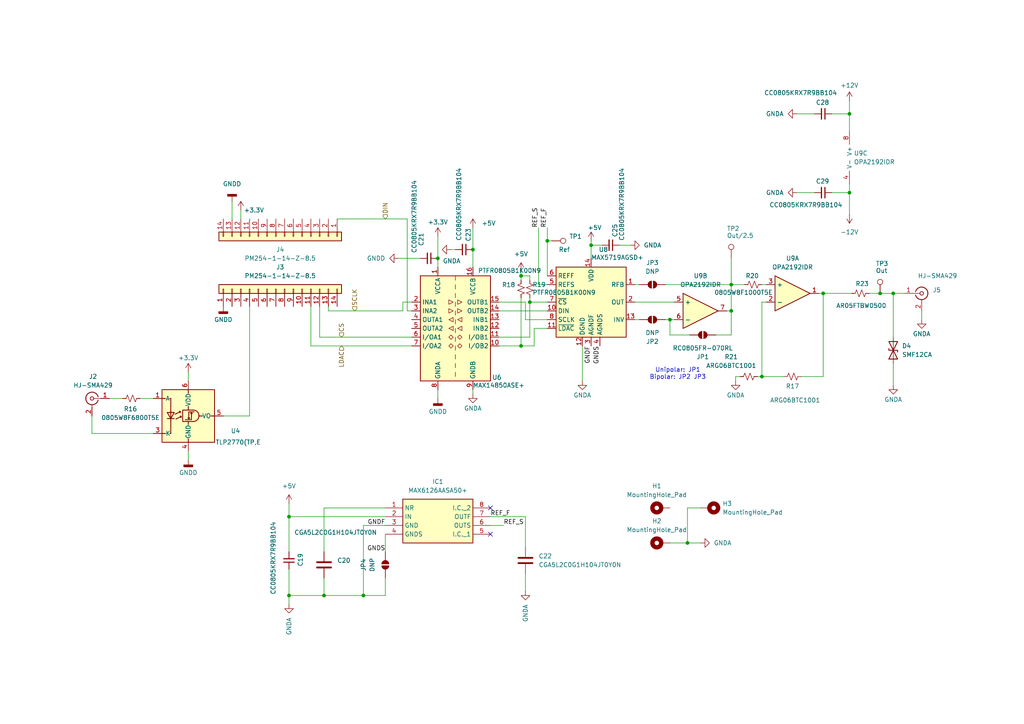
<source format=kicad_sch>
(kicad_sch (version 20250114) (generator "eeschema") (generator_version "9.0")
  (paper "A4")
  (lib_symbols
    (symbol "Analog_DAC:MAX5719xSD"
      (property "Reference" "U" (at -10.16 11.43 0))
      (property "Value" "MAX5719xSD" (at 1.27 11.43 0))
      (symbol "MAX5719xSD_0_1"
        (rectangle (start -10.16 10.16) (end 10.16 -10.16) (stroke (width 0.254)) (fill (type background)))
      )
      (symbol "MAX5719xSD_1_1"
        (pin input line (at -12.7 7.62 0) (length 2.54) (name "REFF") (number "6"))
        (pin input line (at -12.7 5.08 0) (length 2.54) (name "REFS") (number "5"))
        (pin input line (at -12.7 0 0) (length 2.54) (name "~{CS}") (number "7"))
        (pin input line (at -12.7 -2.54 0) (length 2.54) (name "DIN") (number "10"))
        (pin input line (at -12.7 -5.08 0) (length 2.54) (name "SCLK") (number "8"))
        (pin input line (at -12.7 -7.62 0) (length 2.54) (name "~{LDAC}") (number "11"))
        (pin power_in line (at -2.54 -12.7 90) (length 2.54) (name "DGND") (number "12"))
        (pin power_in line (at 0 12.7 270) (length 2.54) (name "VDD") (number "14"))
        (pin power_in line (at 0 -12.7 90) (length 2.54) (name "AGNDF") (number "3"))
        (pin power_in line (at 2.54 -12.7 90) (length 2.54) (name "AGNDS") (number "4"))
        (pin no_connect line (at 10.16 -7.62 180) (length 2.54) (hide yes) (name "NC") (number "9"))
        (pin passive line (at 12.7 5.08 180) (length 2.54) (name "RFB") (number "1"))
        (pin output line (at 12.7 0 180) (length 2.54) (name "OUT") (number "2"))
        (pin passive line (at 12.7 -5.08 180) (length 2.54) (name "INV") (number "13"))
      )
    )
    (symbol "Connector:Conn_Coaxial" (pin_names (offset 1.016) (hide yes))
      (property "Reference" "J" (at 0.254 3.048 0))
      (property "Value" "Conn_Coaxial" (at 2.921 0 90))
      (symbol "Conn_Coaxial_0_1"
        (polyline (pts (xy -2.54 0) (xy -0.508 0)))
        (arc (start 1.778 0) (mid 0.222 -1.8079) (end -1.778 -0.508) (stroke (width 0.254)))
        (arc (start -1.778 0.508) (mid 0.2221 1.8084) (end 1.778 0) (stroke (width 0.254)))
        (circle (center 0 0) (radius 0.508) (stroke (width 0.2032)))
        (polyline (pts (xy 0 -2.54) (xy 0 -1.778)))
      )
      (symbol "Conn_Coaxial_1_1"
        (pin passive line (at -5.08 0 0) (length 2.54) (name "In") (number "1"))
        (pin passive line (at 0 -5.08 90) (length 2.54) (name "Ext") (number "2"))
      )
    )
    (symbol "Connector:TestPoint" (pin_numbers (hide yes)) (pin_names (offset 0.762) (hide yes))
      (property "Reference" "TP" (at 0 6.858 0))
      (property "Value" "TestPoint" (at 0 5.08 0))
      (symbol "TestPoint_0_1"
        (circle (center 0 3.302) (radius 0.762))
      )
      (symbol "TestPoint_1_1"
        (pin passive line (at 0 0 90) (length 2.54) (name "1") (number "1"))
      )
    )
    (symbol "Connector_Generic:Conn_01x14" (pin_names (offset 1.016) (hide yes))
      (property "Reference" "J" (at 0 17.78 0))
      (property "Value" "Conn_01x14" (at 0 -20.32 0))
      (symbol "Conn_01x14_1_1"
        (rectangle (start -1.27 16.51) (end 1.27 -19.05) (stroke (width 0.254)) (fill (type background)))
        (rectangle (start -1.27 15.367) (end 0 15.113) (stroke (width 0.1524)))
        (rectangle (start -1.27 12.827) (end 0 12.573) (stroke (width 0.1524)))
        (rectangle (start -1.27 10.287) (end 0 10.033) (stroke (width 0.1524)))
        (rectangle (start -1.27 7.747) (end 0 7.493) (stroke (width 0.1524)))
        (rectangle (start -1.27 5.207) (end 0 4.953) (stroke (width 0.1524)))
        (rectangle (start -1.27 2.667) (end 0 2.413) (stroke (width 0.1524)))
        (rectangle (start -1.27 0.127) (end 0 -0.127) (stroke (width 0.1524)))
        (rectangle (start -1.27 -2.413) (end 0 -2.667) (stroke (width 0.1524)))
        (rectangle (start -1.27 -4.953) (end 0 -5.207) (stroke (width 0.1524)))
        (rectangle (start -1.27 -7.493) (end 0 -7.747) (stroke (width 0.1524)))
        (rectangle (start -1.27 -10.033) (end 0 -10.287) (stroke (width 0.1524)))
        (rectangle (start -1.27 -12.573) (end 0 -12.827) (stroke (width 0.1524)))
        (rectangle (start -1.27 -15.113) (end 0 -15.367) (stroke (width 0.1524)))
        (rectangle (start -1.27 -17.653) (end 0 -17.907) (stroke (width 0.1524)))
        (pin passive line (at -5.08 15.24 0) (length 3.81) (name "Pin_1") (number "1"))
        (pin passive line (at -5.08 12.7 0) (length 3.81) (name "Pin_2") (number "2"))
        (pin passive line (at -5.08 10.16 0) (length 3.81) (name "Pin_3") (number "3"))
        (pin passive line (at -5.08 7.62 0) (length 3.81) (name "Pin_4") (number "4"))
        (pin passive line (at -5.08 5.08 0) (length 3.81) (name "Pin_5") (number "5"))
        (pin passive line (at -5.08 2.54 0) (length 3.81) (name "Pin_6") (number "6"))
        (pin passive line (at -5.08 0 0) (length 3.81) (name "Pin_7") (number "7"))
        (pin passive line (at -5.08 -2.54 0) (length 3.81) (name "Pin_8") (number "8"))
        (pin passive line (at -5.08 -5.08 0) (length 3.81) (name "Pin_9") (number "9"))
        (pin passive line (at -5.08 -7.62 0) (length 3.81) (name "Pin_10") (number "10"))
        (pin passive line (at -5.08 -10.16 0) (length 3.81) (name "Pin_11") (number "11"))
        (pin passive line (at -5.08 -12.7 0) (length 3.81) (name "Pin_12") (number "12"))
        (pin passive line (at -5.08 -15.24 0) (length 3.81) (name "Pin_13") (number "13"))
        (pin passive line (at -5.08 -17.78 0) (length 3.81) (name "Pin_14") (number "14"))
      )
    )
    (symbol "Device:C" (pin_numbers (hide yes)) (pin_names (offset 0.254))
      (property "Reference" "C" (at 0.635 2.54 0))
      (property "Value" "C" (at 0.635 -2.54 0))
      (symbol "C_0_1"
        (polyline (pts (xy -2.032 0.762) (xy 2.032 0.762)) (stroke (width 0.508)))
        (polyline (pts (xy -2.032 -0.762) (xy 2.032 -0.762)) (stroke (width 0.508)))
      )
      (symbol "C_1_1"
        (pin passive line (at 0 3.81 270) (length 2.794) (name "~") (number "1"))
        (pin passive line (at 0 -3.81 90) (length 2.794) (name "~") (number "2"))
      )
    )
    (symbol "Device:C_Small" (pin_numbers (hide yes)) (pin_names (offset 0.254) (hide yes))
      (property "Reference" "C" (at 0.254 1.778 0))
      (property "Value" "C_Small" (at 0.254 -2.032 0))
      (symbol "C_Small_0_1"
        (polyline (pts (xy -1.524 0.508) (xy 1.524 0.508)) (stroke (width 0.3048)))
        (polyline (pts (xy -1.524 -0.508) (xy 1.524 -0.508)) (stroke (width 0.3302)))
      )
      (symbol "C_Small_1_1"
        (pin passive line (at 0 2.54 270) (length 2.032) (name "~") (number "1"))
        (pin passive line (at 0 -2.54 90) (length 2.032) (name "~") (number "2"))
      )
    )
    (symbol "Device:D_TVS" (pin_numbers (hide yes)) (pin_names (offset 1.016) (hide yes))
      (property "Reference" "D" (at 0 2.54 0))
      (property "Value" "D_TVS" (at 0 -2.54 0))
      (symbol "D_TVS_0_1"
        (polyline (pts (xy -2.54 1.27) (xy -2.54 -1.27) (xy 2.54 1.27) (xy 2.54 -1.27) (xy -2.54 1.27)) (stroke (width 0.254)))
        (polyline (pts (xy 0.508 1.27) (xy 0 1.27) (xy 0 -1.27) (xy -0.508 -1.27)) (stroke (width 0.254)))
        (polyline (pts (xy 1.27 0) (xy -1.27 0)))
      )
      (symbol "D_TVS_1_1"
        (pin passive line (at -3.81 0 0) (length 2.54) (name "A1") (number "1"))
        (pin passive line (at 3.81 0 180) (length 2.54) (name "A2") (number "2"))
      )
    )
    (symbol "Device:Opamp_Dual"
      (property "Reference" "U" (at 0 5.08 0))
      (property "Value" "Opamp_Dual" (at 0 -5.08 0))
      (symbol "Opamp_Dual_1_1"
        (polyline (pts (xy -5.08 5.08) (xy 5.08 0) (xy -5.08 -5.08) (xy -5.08 5.08)) (stroke (width 0.254)) (fill (type background)))
        (pin input line (at -7.62 2.54 0) (length 2.54) (name "+") (number "3"))
        (pin input line (at -7.62 -2.54 0) (length 2.54) (name "-") (number "2"))
        (pin output line (at 7.62 0 180) (length 2.54) (name "~") (number "1"))
      )
      (symbol "Opamp_Dual_2_1"
        (polyline (pts (xy -5.08 5.08) (xy 5.08 0) (xy -5.08 -5.08) (xy -5.08 5.08)) (stroke (width 0.254)) (fill (type background)))
        (pin input line (at -7.62 2.54 0) (length 2.54) (name "+") (number "5"))
        (pin input line (at -7.62 -2.54 0) (length 2.54) (name "-") (number "6"))
        (pin output line (at 7.62 0 180) (length 2.54) (name "~") (number "7"))
      )
      (symbol "Opamp_Dual_3_1"
        (pin power_in line (at -2.54 7.62 270) (length 3.81) (name "V+") (number "8"))
        (pin power_in line (at -2.54 -7.62 90) (length 3.81) (name "V-") (number "4"))
      )
    )
    (symbol "Device:R_Small_US" (pin_numbers (hide yes)) (pin_names (offset 0.254) (hide yes))
      (property "Reference" "R" (at 0.762 0.508 0))
      (property "Value" "R_Small_US" (at 0.762 -1.016 0))
      (symbol "R_Small_US_1_1"
        (polyline (pts (xy 0 1.524) (xy 1.016 1.143) (xy 0 0.762) (xy -1.016 0.381) (xy 0 0)))
        (polyline (pts (xy 0 0) (xy 1.016 -0.381) (xy 0 -0.762) (xy -1.016 -1.143) (xy 0 -1.524)))
        (pin passive line (at 0 2.54 270) (length 1.016) (name "~") (number "1"))
        (pin passive line (at 0 -2.54 90) (length 1.016) (name "~") (number "2"))
      )
    )
    (symbol "Isolator:MAX14850ASE+"
      (property "Reference" "U" (at -9.525 16.51 0))
      (property "Value" "MAX14850ASE+" (at 13.335 16.51 0))
      (symbol "MAX14850ASE+_0_1"
        (rectangle (start -10.16 15.24) (end 10.16 -15.24) (stroke (width 0.254)) (fill (type background)))
        (polyline (pts (xy -1.905 8.255) (xy -1.905 6.985) (xy -0.635 7.62) (xy -1.905 8.255)))
        (polyline (pts (xy -1.905 5.715) (xy -1.905 4.445) (xy -0.635 5.08) (xy -1.905 5.715)))
        (polyline (pts (xy -1.27 -1.905) (xy -1.905 -2.54) (xy -1.27 -3.175) (xy -0.635 -2.54) (xy -1.27 -1.905)))
        (polyline (pts (xy -1.27 -4.445) (xy -1.905 -5.08) (xy -1.27 -5.715) (xy -0.635 -5.08) (xy -1.27 -4.445)))
        (polyline (pts (xy -0.635 1.905) (xy -0.635 3.175) (xy -1.905 2.54) (xy -0.635 1.905)))
        (polyline (pts (xy -0.635 -0.635) (xy -0.635 0.635) (xy -1.905 0) (xy -0.635 -0.635)))
        (polyline (pts (xy 0 15.24) (xy 0 13.97)))
        (polyline (pts (xy 0 12.7) (xy 0 11.43)))
        (polyline (pts (xy 0 10.16) (xy 0 8.89)))
        (polyline (pts (xy 0 7.62) (xy 0 6.35)))
        (polyline (pts (xy 0 5.08) (xy 0 3.81)))
        (polyline (pts (xy 0 2.54) (xy 0 1.27)))
        (polyline (pts (xy 0 0) (xy 0 -1.27)))
        (polyline (pts (xy 0 -2.54) (xy 0 -3.81)))
        (polyline (pts (xy 0 -5.08) (xy 0 -6.35)))
        (polyline (pts (xy 0 -7.62) (xy 0 -8.89)))
        (polyline (pts (xy 0 -10.16) (xy 0 -11.43)))
        (polyline (pts (xy 0 -12.7) (xy 0 -13.97)))
        (polyline (pts (xy 0.635 8.255) (xy 0.635 6.985) (xy 1.905 7.62) (xy 0.635 8.255)))
        (polyline (pts (xy 0.635 5.715) (xy 0.635 4.445) (xy 1.905 5.08) (xy 0.635 5.715)))
        (polyline (pts (xy 1.27 -1.905) (xy 0.635 -2.54) (xy 1.27 -3.175) (xy 1.905 -2.54) (xy 1.27 -1.905)))
        (polyline (pts (xy 1.27 -4.445) (xy 0.635 -5.08) (xy 1.27 -5.715) (xy 1.905 -5.08) (xy 1.27 -4.445)))
        (polyline (pts (xy 1.905 1.905) (xy 1.905 3.175) (xy 0.635 2.54) (xy 1.905 1.905)))
        (polyline (pts (xy 1.905 -0.635) (xy 1.905 0.635) (xy 0.635 0) (xy 1.905 -0.635)))
      )
      (symbol "MAX14850ASE+_1_1"
        (pin input line (at -12.7 7.62 0) (length 2.54) (name "INA1") (number "2"))
        (pin input line (at -12.7 5.08 0) (length 2.54) (name "INA2") (number "3"))
        (pin output line (at -12.7 2.54 0) (length 2.54) (name "OUTA1") (number "4"))
        (pin output line (at -12.7 0 0) (length 2.54) (name "OUTA2") (number "5"))
        (pin bidirectional line (at -12.7 -2.54 0) (length 2.54) (name "I/OA1") (number "6"))
        (pin bidirectional line (at -12.7 -5.08 0) (length 2.54) (name "I/OA2") (number "7"))
        (pin power_in line (at -5.08 17.78 270) (length 2.54) (name "VCCA") (number "1"))
        (pin power_in line (at -5.08 -17.78 90) (length 2.54) (name "GNDA") (number "8"))
        (pin power_in line (at 5.08 17.78 270) (length 2.54) (name "VCCB") (number "16"))
        (pin power_in line (at 5.08 -17.78 90) (length 2.54) (name "GNDB") (number "9"))
        (pin output line (at 12.7 7.62 180) (length 2.54) (name "OUTB1") (number "15"))
        (pin output line (at 12.7 5.08 180) (length 2.54) (name "OUTB2") (number "14"))
        (pin input line (at 12.7 2.54 180) (length 2.54) (name "INB1") (number "13"))
        (pin input line (at 12.7 0 180) (length 2.54) (name "INB2") (number "12"))
        (pin bidirectional line (at 12.7 -2.54 180) (length 2.54) (name "I/OB1") (number "11"))
        (pin bidirectional line (at 12.7 -5.08 180) (length 2.54) (name "I/OB2") (number "10"))
      )
    )
    (symbol "Isolator:TLP2770" (pin_names (offset 1.016))
      (property "Reference" "U" (at -6.35 8.89 0))
      (property "Value" "TLP2770" (at 5.08 8.89 0))
      (symbol "TLP2770_0_1"
        (polyline (pts (xy -7.62 5.08) (xy -6.604 5.08)) (stroke (width 0.254)))
        (polyline (pts (xy -7.62 -5.08) (xy -6.604 -5.08)) (stroke (width 0.254)))
        (polyline (pts (xy -5.08 5.08) (xy -5.334 5.08)) (stroke (width 0.254)))
        (polyline (pts (xy -5.08 1.27) (xy -5.08 5.08)) (stroke (width 0.254)))
        (polyline (pts (xy -5.08 -1.27) (xy -5.08 -5.08)) (stroke (width 0.254)))
        (polyline (pts (xy -5.08 -5.08) (xy -5.334 -5.08)) (stroke (width 0.254)))
        (polyline (pts (xy 0 7.62) (xy 0 6.604)) (stroke (width 0.254)))
        (polyline (pts (xy 0 1.651) (xy 0 2.794)) (stroke (width 0.254)))
        (polyline (pts (xy 0 -1.651) (xy 0 -2.54)) (stroke (width 0.254)))
        (polyline (pts (xy 0 -7.62) (xy 0 -6.604)) (stroke (width 0.254)))
        (polyline (pts (xy 3.048 0) (xy 4.064 0)) (stroke (width 0.254)))
        (polyline (pts (xy 7.62 0) (xy 6.604 0)) (stroke (width 0.254)))
      )
      (symbol "TLP2770_1_1"
        (rectangle (start -7.62 7.62) (end 7.62 -7.62) (stroke (width 0.254)) (fill (type background)))
        (polyline (pts (xy -6.096 1.016) (xy -4.064 1.016) (xy -5.08 -0.762) (xy -6.096 1.016)) (stroke (width 0.254)))
        (polyline (pts (xy -6.096 -0.762) (xy -4.064 -0.762)) (stroke (width 0.254)))
        (polyline (pts (xy -5.08 1.016) (xy -5.08 1.397)) (stroke (width 0.254)))
        (polyline (pts (xy -5.08 1.016) (xy -5.08 -0.762)) (stroke (width 0.254)))
        (polyline (pts (xy -5.08 -0.762) (xy -5.08 -1.27)) (stroke (width 0.254)))
        (polyline (pts (xy -3.81 0.508) (xy -2.286 1.27)) (stroke (width 0.254)))
        (polyline (pts (xy -3.556 -0.889) (xy -2.032 -0.127)) (stroke (width 0.254)))
        (polyline (pts (xy -2.286 1.27) (xy -2.5908 1.3716)) (stroke (width 0.254)))
        (polyline (pts (xy -2.286 1.27) (xy -2.3876 0.9144)) (stroke (width 0.254)))
        (polyline (pts (xy -2.032 -0.127) (xy -2.3368 -0.0254)) (stroke (width 0.254)))
        (polyline (pts (xy -2.032 -0.127) (xy -2.1336 -0.4826)) (stroke (width 0.254)))
        (polyline (pts (xy 0.1524 -0.8382) (xy -0.1016 -0.5842) (xy 0.4064 -0.5842)) (stroke (width 0.254)))
        (polyline (pts (xy 0.9144 0.9398) (xy 0.9144 -1.0922) (xy -0.8636 -1.0922)) (stroke (width 0.254)))
        (polyline (pts (xy 0.9144 0.9398) (xy 0.6604 0.6858) (xy 1.1684 0.6858) (xy 0.9144 0.9398)) (stroke (width 0.254)))
        (polyline (pts (xy 1.4224 1.7018) (xy -1.6256 1.7018) (xy -1.6256 -1.6002) (xy 1.4224 -1.6002)) (stroke (width 0.254)))
        (arc (start 3.0988 0.0762) (mid 2.6102 -1.1118) (end 1.4224 -1.6002) (stroke (width 0.254)))
        (arc (start 1.3462 1.6764) (mid 2.6011 1.2413) (end 3.0734 0) (stroke (width 0.254)))
        (polyline (pts (xy 1.6764 1.1938) (xy 0.1524 1.1938) (xy 0.1524 -0.8382) (xy 0.4064 -0.5842)) (stroke (width 0.254)))
        (pin passive line (at -10.16 5.08 0) (length 2.54) (name "A") (number "1"))
        (pin passive line (at -10.16 -5.08 0) (length 2.54) (name "K") (number "3"))
        (pin no_connect line (at -7.62 0 0) (length 2.54) (hide yes) (name "NC") (number "2"))
        (pin power_in line (at 0 10.16 270) (length 2.54) (name "VDD") (number "6"))
        (pin power_in line (at 0 -10.16 90) (length 2.54) (name "GND") (number "4"))
        (pin output line (at 10.16 0 180) (length 2.54) (name "VO") (number "5"))
      )
    )
    (symbol "Jumper:SolderJumper_2_Open" (pin_numbers (hide yes)) (pin_names (offset 0) (hide yes)) (exclude_from_sim yes) (in_bom no)
      (property "Reference" "JP" (at 0 2.032 0))
      (property "Value" "SolderJumper_2_Open" (at 0 -2.54 0))
      (symbol "SolderJumper_2_Open_0_1"
        (polyline (pts (xy -0.254 1.016) (xy -0.254 -1.016)))
        (arc (start -0.254 -1.016) (mid -1.2656 0) (end -0.254 1.016))
        (arc (start -0.254 -1.016) (mid -1.2656 0) (end -0.254 1.016) (fill (type outline)))
        (arc (start 0.254 1.016) (mid 1.2656 0) (end 0.254 -1.016))
        (arc (start 0.254 1.016) (mid 1.2656 0) (end 0.254 -1.016) (fill (type outline)))
        (polyline (pts (xy 0.254 1.016) (xy 0.254 -1.016)))
      )
      (symbol "SolderJumper_2_Open_1_1"
        (pin passive line (at -3.81 0 0) (length 2.54) (name "A") (number "1"))
        (pin passive line (at 3.81 0 180) (length 2.54) (name "B") (number "2"))
      )
    )
    (symbol "Mechanical:MountingHole_Pad" (pin_numbers (hide yes)) (pin_names (offset 1.016) (hide yes)) (in_bom no)
      (property "Reference" "H" (at 0 6.35 0))
      (property "Value" "MountingHole_Pad" (at 0 4.445 0))
      (symbol "MountingHole_Pad_0_1"
        (circle (center 0 1.27) (radius 1.27) (stroke (width 1.27)))
      )
      (symbol "MountingHole_Pad_1_1"
        (pin input line (at 0 -2.54 90) (length 2.54) (name "1") (number "1"))
      )
    )
    (symbol "SamacSys_Parts:MAX6126A41+"
      (property "Reference" "IC" (at 26.67 7.62 0))
      (property "Value" "MAX6126A41+" (at 26.67 5.08 0))
      (symbol "MAX6126A41+_1_1"
        (rectangle (start 5.08 2.54) (end 25.4 -10.16) (stroke (width 0.254)) (fill (type background)))
        (pin passive line (at 0 0 0) (length 5.08) (name "NR") (number "1"))
        (pin passive line (at 0 -2.54 0) (length 5.08) (name "IN") (number "2"))
        (pin passive line (at 0 -5.08 0) (length 5.08) (name "GND") (number "3"))
        (pin passive line (at 0 -7.62 0) (length 5.08) (name "GNDS") (number "4"))
        (pin passive line (at 30.48 0 180) (length 5.08) (name "I.C._2") (number "8"))
        (pin passive line (at 30.48 -2.54 180) (length 5.08) (name "OUTF") (number "7"))
        (pin passive line (at 30.48 -5.08 180) (length 5.08) (name "OUTS") (number "6"))
        (pin passive line (at 30.48 -7.62 180) (length 5.08) (name "I.C._1") (number "5"))
      )
    )
    (symbol "power:+12V" (power) (pin_numbers (hide yes)) (pin_names (offset 0) (hide yes))
      (property "Value" "+12V" (at 0 3.556 0))
      (symbol "+12V_0_1"
        (polyline (pts (xy -0.762 1.27) (xy 0 2.54)))
        (polyline (pts (xy 0 2.54) (xy 0.762 1.27)))
        (polyline (pts (xy 0 0) (xy 0 2.54)))
      )
      (symbol "+12V_1_1"
        (pin power_in line (at 0 0 90) (length 0) (name "~") (number "1"))
      )
    )
    (symbol "power:+3.3V" (power) (pin_names (offset 0))
      (property "Value" "+3.3V" (at 0 3.556 0))
      (symbol "+3.3V_0_1"
        (polyline (pts (xy -0.762 1.27) (xy 0 2.54)))
        (polyline (pts (xy 0 2.54) (xy 0.762 1.27)))
        (polyline (pts (xy 0 0) (xy 0 2.54)))
      )
      (symbol "+3.3V_1_1"
        (pin power_in line (at 0 0 90) (length 0) (hide yes) (name "+3.3V") (number "1"))
      )
    )
    (symbol "power:+5VD" (power) (pin_names (offset 0))
      (property "Value" "+5VD" (at 0 3.556 0))
      (symbol "+5VD_0_1"
        (polyline (pts (xy -0.762 1.27) (xy 0 2.54)))
        (polyline (pts (xy 0 2.54) (xy 0.762 1.27)))
        (polyline (pts (xy 0 0) (xy 0 2.54)))
      )
      (symbol "+5VD_1_1"
        (pin power_in line (at 0 0 90) (length 0) (hide yes) (name "+5VD") (number "1"))
      )
    )
    (symbol "power:GNDA" (power) (pin_names (offset 0))
      (property "Value" "GNDA" (at 0 -3.81 0))
      (symbol "GNDA_0_1"
        (polyline (pts (xy 0 0) (xy 0 -1.27) (xy 1.27 -1.27) (xy 0 -2.54) (xy -1.27 -1.27) (xy 0 -1.27)))
      )
      (symbol "GNDA_1_1"
        (pin power_in line (at 0 0 270) (length 0) (hide yes) (name "GNDA") (number "1"))
      )
    )
    (symbol "power:GNDD" (power) (pin_names (offset 0))
      (property "Value" "GNDD" (at 0 -3.175 0))
      (symbol "GNDD_0_1"
        (rectangle (start -1.27 -1.524) (end 1.27 -2.032) (stroke (width 0.254)) (fill (type outline)))
        (polyline (pts (xy 0 0) (xy 0 -1.524)))
      )
      (symbol "GNDD_1_1"
        (pin power_in line (at 0 0 270) (length 0) (hide yes) (name "GNDD") (number "1"))
      )
    )
  )
  (text "Unipolar: JP1\nBipolar: JP2 JP3\n\n" (at 196.596 109.474 0) (effects (font (size 1.27 1.27))))
  (junction (at 93.98 172.72))
  (junction (at 83.82 172.72))
  (junction (at 105.41 172.72))
  (junction (at 151.13 80.01))
  (junction (at 171.45 71.12))
  (junction (at 212.09 90.17))
  (junction (at 194.31 92.71))
  (junction (at 199.39 157.48))
  (junction (at 212.09 82.55))
  (junction (at 238.76 85.09))
  (junction (at 246.38 33.02))
  (junction (at 158.75 69.85))
  (junction (at 255.27 85.09))
  (junction (at 153.67 87.63))
  (junction (at 259.08 85.09))
  (junction (at 220.98 109.22))
  (junction (at 127 74.93))
  (junction (at 151.13 100.33))
  (junction (at 137.16 72.39))
  (junction (at 83.82 149.86))
  (junction (at 246.38 55.88))
  (no_connect (at 142.24 154.94))
  (no_connect (at 142.24 147.32))
  (wire (pts (xy 158.75 80.01) (xy 158.75 69.85)))
  (wire (pts (xy 193.04 82.55) (xy 212.09 82.55)))
  (wire (pts (xy 111.76 160.02) (xy 111.76 154.94)))
  (wire (pts (xy 199.39 157.48) (xy 203.2 157.48)))
  (wire (pts (xy 118.11 90.17) (xy 119.38 90.17)))
  (wire (pts (xy 67.31 58.42) (xy 67.31 63.5)))
  (wire (pts (xy 83.82 172.72) (xy 93.98 172.72)))
  (wire (pts (xy 90.17 100.33) (xy 119.38 100.33)))
  (wire (pts (xy 246.38 29.21) (xy 246.38 33.02)))
  (wire (pts (xy 174.625 71.12) (xy 171.45 71.12)))
  (wire (pts (xy 153.67 97.79) (xy 153.67 87.63)))
  (wire (pts (xy 168.91 100.33) (xy 168.91 110.49)))
  (wire (pts (xy 194.31 97.155) (xy 194.31 92.71)))
  (wire (pts (xy 259.08 85.09) (xy 262.255 85.09)))
  (wire (pts (xy 246.38 55.88) (xy 246.38 62.23)))
  (wire (pts (xy 92.71 97.79) (xy 92.71 88.9)))
  (wire (pts (xy 179.705 71.12) (xy 182.88 71.12)))
  (wire (pts (xy 118.11 90.17) (xy 118.11 63.5)))
  (wire (pts (xy 232.41 109.22) (xy 238.76 109.22)))
  (wire (pts (xy 238.76 85.09) (xy 247.015 85.09)))
  (wire (pts (xy 213.36 109.22) (xy 213.36 110.49)))
  (wire (pts (xy 153.67 86.36) (xy 153.67 87.63)))
  (wire (pts (xy 252.095 85.09) (xy 255.27 85.09)))
  (wire (pts (xy 152.4 87.63) (xy 152.4 92.71)))
  (wire (pts (xy 220.98 82.55) (xy 222.25 82.55)))
  (wire (pts (xy 154.94 95.25) (xy 158.75 95.25)))
  (wire (pts (xy 212.09 82.55) (xy 212.09 90.17)))
  (wire (pts (xy 93.98 167.64) (xy 93.98 172.72)))
  (wire (pts (xy 246.38 53.34) (xy 246.38 55.88)))
  (wire (pts (xy 105.41 172.72) (xy 93.98 172.72)))
  (wire (pts (xy 40.64 115.57) (xy 44.45 115.57)))
  (wire (pts (xy 152.4 158.75) (xy 152.4 149.86)))
  (wire (pts (xy 146.05 152.4) (xy 142.24 152.4)))
  (wire (pts (xy 83.82 175.26) (xy 83.82 172.72)))
  (wire (pts (xy 69.85 60.96) (xy 69.85 63.5)))
  (wire (pts (xy 156.21 66.04) (xy 156.21 82.55)))
  (wire (pts (xy 83.82 146.05) (xy 83.82 149.86)))
  (wire (pts (xy 199.39 147.32) (xy 203.2 147.32)))
  (wire (pts (xy 212.09 90.17) (xy 210.82 90.17)))
  (wire (pts (xy 26.67 120.65) (xy 26.67 125.73)))
  (wire (pts (xy 213.36 109.22) (xy 214.63 109.22)))
  (wire (pts (xy 184.15 92.71) (xy 185.42 92.71)))
  (wire (pts (xy 130.81 72.39) (xy 132.08 72.39)))
  (wire (pts (xy 152.4 166.37) (xy 152.4 171.45)))
  (wire (pts (xy 144.78 87.63) (xy 152.4 87.63)))
  (wire (pts (xy 83.82 149.86) (xy 111.76 149.86)))
  (wire (pts (xy 127 74.93) (xy 127 77.47)))
  (wire (pts (xy 231.14 55.88) (xy 236.22 55.88)))
  (wire (pts (xy 194.31 157.48) (xy 199.39 157.48)))
  (wire (pts (xy 255.27 85.09) (xy 259.08 85.09)))
  (wire (pts (xy 212.09 82.55) (xy 215.9 82.55)))
  (wire (pts (xy 212.09 74.93) (xy 212.09 82.55)))
  (wire (pts (xy 118.11 63.5) (xy 97.79 63.5)))
  (wire (pts (xy 212.09 97.155) (xy 212.09 90.17)))
  (wire (pts (xy 116.84 90.17) (xy 116.84 87.63)))
  (wire (pts (xy 171.45 71.12) (xy 171.45 69.85)))
  (wire (pts (xy 160.02 69.85) (xy 158.75 69.85)))
  (wire (pts (xy 158.75 82.55) (xy 156.21 82.55)))
  (wire (pts (xy 83.82 149.86) (xy 83.82 160.02)))
  (wire (pts (xy 153.67 87.63) (xy 158.75 87.63)))
  (wire (pts (xy 199.39 147.32) (xy 199.39 157.48)))
  (wire (pts (xy 184.15 87.63) (xy 195.58 87.63)))
  (wire (pts (xy 153.67 80.01) (xy 151.13 80.01)))
  (wire (pts (xy 127 113.03) (xy 127 115.57)))
  (wire (pts (xy 151.13 80.01) (xy 151.13 81.28)))
  (wire (pts (xy 137.16 113.03) (xy 137.16 114.3)))
  (wire (pts (xy 241.3 55.88) (xy 246.38 55.88)))
  (wire (pts (xy 151.13 80.01) (xy 151.13 78.74)))
  (wire (pts (xy 142.24 149.86) (xy 152.4 149.86)))
  (wire (pts (xy 151.13 100.33) (xy 154.94 100.33)))
  (wire (pts (xy 241.3 33.02) (xy 246.38 33.02)))
  (wire (pts (xy 153.67 81.28) (xy 153.67 80.01)))
  (wire (pts (xy 72.39 120.65) (xy 72.39 88.9)))
  (wire (pts (xy 152.4 92.71) (xy 158.75 92.71)))
  (wire (pts (xy 111.76 172.72) (xy 105.41 172.72)))
  (wire (pts (xy 184.15 82.55) (xy 185.42 82.55)))
  (wire (pts (xy 246.38 33.02) (xy 246.38 38.1)))
  (wire (pts (xy 219.71 109.22) (xy 220.98 109.22)))
  (wire (pts (xy 238.76 85.09) (xy 238.76 109.22)))
  (wire (pts (xy 31.75 115.57) (xy 35.56 115.57)))
  (wire (pts (xy 267.335 90.17) (xy 267.335 92.71)))
  (wire (pts (xy 115.57 74.93) (xy 121.92 74.93)))
  (wire (pts (xy 144.78 100.33) (xy 151.13 100.33)))
  (wire (pts (xy 222.25 87.63) (xy 220.98 87.63)))
  (wire (pts (xy 137.16 72.39) (xy 137.16 77.47)))
  (wire (pts (xy 83.82 172.72) (xy 83.82 165.1)))
  (wire (pts (xy 200.025 97.155) (xy 194.31 97.155)))
  (wire (pts (xy 144.78 90.17) (xy 158.75 90.17)))
  (wire (pts (xy 54.61 107.95) (xy 54.61 110.49)))
  (wire (pts (xy 151.13 86.36) (xy 151.13 100.33)))
  (wire (pts (xy 207.645 97.155) (xy 212.09 97.155)))
  (wire (pts (xy 195.58 92.71) (xy 194.31 92.71)))
  (wire (pts (xy 231.14 33.02) (xy 236.22 33.02)))
  (wire (pts (xy 137.16 66.04) (xy 137.16 72.39)))
  (wire (pts (xy 171.45 71.12) (xy 171.45 74.93)))
  (wire (pts (xy 259.08 105.41) (xy 259.08 111.76)))
  (wire (pts (xy 105.41 152.4) (xy 105.41 172.72)))
  (wire (pts (xy 111.76 152.4) (xy 105.41 152.4)))
  (wire (pts (xy 26.67 125.73) (xy 44.45 125.73)))
  (wire (pts (xy 92.71 97.79) (xy 119.38 97.79)))
  (wire (pts (xy 220.98 109.22) (xy 227.33 109.22)))
  (wire (pts (xy 237.49 85.09) (xy 238.76 85.09)))
  (wire (pts (xy 154.94 100.33) (xy 154.94 95.25)))
  (wire (pts (xy 193.04 92.71) (xy 194.31 92.71)))
  (wire (pts (xy 54.61 130.81) (xy 54.61 133.35)))
  (wire (pts (xy 95.25 90.17) (xy 116.84 90.17)))
  (wire (pts (xy 90.17 100.33) (xy 90.17 88.9)))
  (wire (pts (xy 127 68.58) (xy 127 74.93)))
  (wire (pts (xy 64.77 120.65) (xy 72.39 120.65)))
  (wire (pts (xy 220.98 87.63) (xy 220.98 109.22)))
  (wire (pts (xy 111.76 167.64) (xy 111.76 172.72)))
  (wire (pts (xy 158.75 69.85) (xy 158.75 66.04)))
  (wire (pts (xy 93.98 160.02) (xy 93.98 147.32)))
  (wire (pts (xy 95.25 88.9) (xy 95.25 90.17)))
  (wire (pts (xy 144.78 97.79) (xy 153.67 97.79)))
  (wire (pts (xy 116.84 87.63) (xy 119.38 87.63)))
  (wire (pts (xy 93.98 147.32) (xy 111.76 147.32)))
  (wire (pts (xy 259.08 85.09) (xy 259.08 97.79)))
  (label "REF_F" (at 158.75 66.04 90))
  (label "REF_S" (at 146.05 152.4 0))
  (label "REF_S" (at 156.21 66.04 90))
  (label "GNDF" (at 111.76 152.4 180))
  (label "GNDS" (at 173.99 100.33 270))
  (label "GNDF" (at 171.45 100.33 270))
  (label "REF_F" (at 142.24 149.86 0))
  (label "GNDS" (at 111.76 160.02 180))
  (hierarchical_label "SCLK" (shape input) (at 102.87 90.17 90))
  (hierarchical_label "LDAC" (shape input) (at 99.06 100.33 270))
  (hierarchical_label "DIN" (shape input) (at 111.76 63.5 90))
  (hierarchical_label "CS" (shape input) (at 99.06 97.79 90))
  (symbol (lib_id "power:+5VD") (at 83.82 146.05 0) (unit 1)
    (property "Reference" "#PWR028" (effects (hide yes)))
    (property "Value" "+5V" (at 83.82 140.97 0))
  )
  (symbol (lib_id "Device:C_Small") (at 177.165 71.12 270) (unit 1)
    (property "Reference" "C25" (at 178.3708 68.7959 0) (effects (justify right)))
    (property "Value" "CC0805KRX7R9BB104" (at 180.34 69.85 0) (effects (justify right)))
    (property "Footprint" "Capacitor_SMD:C_0805_2012Metric" (effects (hide yes)))
  )
  (symbol (lib_id "Device:Opamp_Dual") (at 229.87 85.09 0) (unit 1)
    (property "Reference" "U9" (at 229.87 74.93 0))
    (property "Value" "OPA2192IDR" (at 229.87 77.47 0))
    (property "Footprint" "Package_SO:SOIC-8_3.9x4.9mm_P1.27mm" (effects (hide yes)))
    (property "Description" "Dual operational amplifier" (effects (hide yes)))
    (property "Sim.Library" "${KICAD9_SYMBOL_DIR}/Simulation_SPICE.sp" (effects (hide yes)))
    (property "Sim.Name" "kicad_builtin_opamp_dual" (effects (hide yes)))
    (property "Sim.Device" "SUBCKT" (effects (hide yes)))
    (property "Sim.Pins" "1=out1 2=in1- 3=in1+ 4=vee 5=in2+ 6=in2- 7=out2 8=vcc" (effects (hide yes)))
  )
  (symbol (lib_id "Mechanical:MountingHole_Pad") (at 191.77 157.48 90) (unit 1) (in_bom no)
    (property "Reference" "H2" (at 190.5 151.13 90))
    (property "Value" "MountingHole_Pad" (at 190.5 153.67 90))
    (property "Footprint" "MountingHole:MountingHole_3.7mm_Pad_Via" (effects (hide yes)))
    (property "Description" "Mounting Hole with connection" (effects (hide yes)))
  )
  (symbol (lib_id "power:+5VD") (at 171.45 69.85 0) (unit 1)
    (property "Reference" "#PWR040" (effects (hide yes)))
    (property "Value" "+5V" (at 170.434 66.04 0) (effects (justify left)))
  )
  (symbol (lib_id "Connector:TestPoint") (at 160.02 69.85 270) (unit 1)
    (property "Reference" "TP1" (at 165.1 68.5799 90) (effects (justify left)))
    (property "Value" "Ref" (at 162.052 72.39 90) (effects (justify left)))
    (property "Footprint" "TestPoint:TestPoint_Pad_D1.0mm" (effects (hide yes)))
    (property "Description" "test point" (effects (hide yes)))
  )
  (symbol (lib_id "Device:C_Small") (at 134.62 72.39 270) (unit 1)
    (property "Reference" "C23" (at 135.8258 70.0659 0) (effects (justify right)))
    (property "Value" "CC0805KRX7R9BB104" (at 133.096 69.85 0) (effects (justify right)))
    (property "Footprint" "Capacitor_SMD:C_0805_2012Metric" (effects (hide yes)))
  )
  (symbol (lib_id "Device:R_Small_US") (at 249.555 85.09 90) (unit 1)
    (property "Reference" "R23" (at 250.063 82.296 90))
    (property "Value" "AR05FTBW0500" (at 249.809 88.646 90))
    (property "Footprint" "Resistor_SMD:R_0805_2012Metric" (effects (hide yes)))
  )
  (symbol (lib_id "SamacSys_Parts:MAX6126A41+") (at 111.76 147.32 0) (unit 1)
    (property "Reference" "IC1" (at 127 139.7 0))
    (property "Value" "MAX6126AASA50+" (at 127 142.24 0))
    (property "Footprint" "Package_SO:SOIC-8_3.9x4.9mm_P1.27mm" (effects (hide yes)))
    (property "Datasheet" "https://pdfserv.maximintegrated.com/en/ds/MAX6126.pdf" (effects (hide yes)))
    (property "Description" "Maxim MAX6126A41+, Series Voltage Reference 4.096V, 0.06% 12.6 V max., 8-Pin uMAX" (effects (hide yes)))
    (property "Height" "1.1" (effects (hide yes)))
    (property "Mouser Part Number" "700-MAX6126A41" (effects (hide yes)))
    (property "Mouser Price/Stock" "https://www.mouser.co.uk/ProductDetail/Analog-Devices-Maxim-Integrated/MAX6126A41%2b?qs=1THa7WoU59GF%2FljoQ5dT7w%3D%3D" (effects (hide yes)))
    (property "Manufacturer_Name" "Analog Devices" (effects (hide yes)))
    (property "Manufacturer_Part_Number" "MAX6126A41+" (effects (hide yes)))
  )
  (symbol (lib_id "power:+12V") (at 246.38 62.23 180) (unit 1)
    (property "Reference" "#PWR052" (effects (hide yes)))
    (property "Value" "-12V" (at 246.38 67.31 0))
    (property "Description" "Power symbol creates a global label with name \"+12V\"" (effects (hide yes)))
  )
  (symbol (lib_id "power:GNDA") (at 231.14 33.02 270) (unit 1)
    (property "Reference" "#PWR049" (effects (hide yes)))
    (property "Value" "GNDA" (at 227.33 33.0199 90) (effects (justify right)))
  )
  (symbol (lib_id "power:GNDD") (at 67.31 58.42 180) (unit 1)
    (property "Reference" "#PWR025" (effects (hide yes)))
    (property "Value" "GNDD" (at 67.31 53.34 0))
  )
  (symbol (lib_id "power:+5VD") (at 137.16 66.04 0) (unit 1)
    (property "Reference" "#PWR036" (effects (hide yes)))
    (property "Value" "+5V" (at 139.7 64.7699 0) (effects (justify left)))
  )
  (symbol (lib_id "power:GNDD") (at 64.77 88.9 0) (unit 1)
    (property "Reference" "#PWR024" (effects (hide yes)))
    (property "Value" "GNDD" (at 64.77 92.71 0))
  )
  (symbol (lib_id "power:+5VD") (at 151.13 78.74 0) (unit 1)
    (property "Reference" "#PWR039" (effects (hide yes)))
    (property "Value" "+5V" (at 151.13 73.66 0))
  )
  (symbol (lib_id "Device:R_Small_US") (at 218.44 82.55 270) (unit 1)
    (property "Reference" "R20" (at 218.186 80.01 90))
    (property "Value" "0805W8F1000T5E" (at 215.646 84.836 90))
    (property "Footprint" "Resistor_SMD:R_0805_2012Metric" (effects (hide yes)))
  )
  (symbol (lib_id "Isolator:MAX14850ASE+") (at 132.08 95.25 0) (unit 1)
    (property "Reference" "U6" (at 142.748 109.474 0) (effects (justify left)))
    (property "Value" "MAX14850ASE+" (at 137.16 111.76 0) (effects (justify left)))
    (property "Footprint" "Package_SO:SOIC-16_3.9x9.9mm_P1.27mm" (effects (hide yes)))
    (property "Datasheet" "https://datasheets.maximintegrated.com/en/ds/MAX14850.pdf" (effects (hide yes)))
  )
  (symbol (lib_id "Connector:Conn_Coaxial") (at 267.335 85.09 0) (unit 1)
    (property "Reference" "J5" (at 270.51 84.1131 0) (effects (justify left)))
    (property "Value" "HJ-SMA429" (at 266.192 80.01 0) (effects (justify left)))
    (property "Footprint" "Connector_Coaxial:SMA_Amphenol_132134-16_Vertical" (effects (hide yes)))
  )
  (symbol (lib_id "Device:R_Small_US") (at 38.1 115.57 90) (unit 1)
    (property "Reference" "R16" (at 37.846 118.618 90))
    (property "Value" "0805W8F6800T5E" (at 37.846 121.158 90))
    (property "Footprint" "Resistor_SMD:R_0805_2012Metric" (effects (hide yes)))
    (property "Description" "Resistor, small US symbol" (effects (hide yes)))
  )
  (symbol (lib_id "Device:C_Small") (at 83.82 162.56 180) (unit 1)
    (property "Reference" "C19" (at 87.122 164.338 90) (effects (justify right)))
    (property "Value" "CC0805KRX7R9BB104" (at 79.248 172.466 90) (effects (justify right)))
    (property "Footprint" "Capacitor_SMD:C_0805_2012Metric" (effects (hide yes)))
  )
  (symbol (lib_id "Device:R_Small_US") (at 151.13 83.82 0) (mirror y) (unit 1)
    (property "Reference" "R18" (at 149.479 82.6078 0) (effects (justify left)))
    (property "Value" "PTFR0805B1K00N9" (at 156.972 78.486 0) (effects (justify left)))
    (property "Footprint" "Resistor_SMD:R_0805_2012Metric" (effects (hide yes)))
    (property "Description" "Resistor, small US symbol" (effects (hide yes)))
  )
  (symbol (lib_id "power:+12V") (at 246.38 29.21 0) (unit 1)
    (property "Reference" "#PWR051" (effects (hide yes)))
    (property "Value" "+12V" (at 246.38 24.765 0))
    (property "Description" "Power symbol creates a global label with name \"+12V\"" (effects (hide yes)))
  )
  (symbol (lib_id "Device:C_Small") (at 238.76 33.02 270) (unit 1)
    (property "Reference" "C28" (at 240.538 29.718 90) (effects (justify right)))
    (property "Value" "CC0805KRX7R9BB104" (at 242.824 26.924 90) (effects (justify right)))
    (property "Footprint" "Capacitor_SMD:C_0805_2012Metric" (effects (hide yes)))
  )
  (symbol (lib_id "Connector:TestPoint") (at 212.09 74.93 0) (unit 1)
    (property "Reference" "TP2" (at 210.82 66.294 0) (effects (justify left)))
    (property "Value" "Out/2.5" (at 210.82 68.326 0) (effects (justify left)))
    (property "Footprint" "TestPoint:TestPoint_Pad_D1.0mm" (effects (hide yes)))
    (property "Description" "test point" (effects (hide yes)))
  )
  (symbol (lib_id "Device:C_Small") (at 238.76 55.88 270) (unit 1)
    (property "Reference" "C29" (at 240.538 52.578 90) (effects (justify right)))
    (property "Value" "CC0805KRX7R9BB104" (at 244.348 59.436 90) (effects (justify right)))
    (property "Footprint" "Capacitor_SMD:C_0805_2012Metric" (effects (hide yes)))
  )
  (symbol (lib_id "power:GNDA") (at 203.2 157.48 90) (unit 1)
    (property "Reference" "#PWR045" (effects (hide yes)))
    (property "Value" "GNDA" (at 207.01 157.4799 90) (effects (justify right)))
  )
  (symbol (lib_id "power:+3.3V") (at 127 68.58 0) (unit 1)
    (property "Reference" "#PWR032" (effects (hide yes)))
    (property "Value" "+3.3V" (at 127 64.4469 0))
  )
  (symbol (lib_id "power:GNDD") (at 127 115.57 0) (unit 1)
    (property "Reference" "#PWR033" (effects (hide yes)))
    (property "Value" "GNDD" (at 127 119.38 0))
  )
  (symbol (lib_id "Device:Opamp_Dual") (at 248.92 45.72 0) (unit 3)
    (property "Reference" "U9" (at 247.65 44.4499 0) (effects (justify left)))
    (property "Value" "OPA2192IDR" (at 247.65 46.9899 0) (effects (justify left)))
    (property "Footprint" "Package_SO:SOIC-8_3.9x4.9mm_P1.27mm" (effects (hide yes)))
    (property "Description" "Dual operational amplifier" (effects (hide yes)))
    (property "Sim.Library" "${KICAD9_SYMBOL_DIR}/Simulation_SPICE.sp" (effects (hide yes)))
    (property "Sim.Name" "kicad_builtin_opamp_dual" (effects (hide yes)))
    (property "Sim.Device" "SUBCKT" (effects (hide yes)))
    (property "Sim.Pins" "1=out1 2=in1- 3=in1+ 4=vee 5=in2+ 6=in2- 7=out2 8=vcc" (effects (hide yes)))
  )
  (symbol (lib_id "Connector:Conn_Coaxial") (at 26.67 115.57 0) (mirror y) (unit 1)
    (property "Reference" "J2" (at 26.9874 109.22 0))
    (property "Value" "HJ-SMA429" (at 26.9874 111.76 0))
    (property "Footprint" "Connector_Coaxial:SMA_Amphenol_132134-16_Vertical" (effects (hide yes)))
    (property "Description" "coaxial connector (BNC, SMA, SMB, SMC, Cinch/RCA, LEMO, ...)" (effects (hide yes)))
  )
  (symbol (lib_id "Device:Opamp_Dual") (at 203.2 90.17 0) (unit 2)
    (property "Reference" "U9" (at 203.2 80.01 0))
    (property "Value" "OPA2192IDR" (at 203.2 82.55 0))
    (property "Footprint" "Package_SO:SOIC-8_3.9x4.9mm_P1.27mm" (effects (hide yes)))
    (property "Description" "Dual operational amplifier" (effects (hide yes)))
    (property "Sim.Library" "${KICAD9_SYMBOL_DIR}/Simulation_SPICE.sp" (effects (hide yes)))
    (property "Sim.Name" "kicad_builtin_opamp_dual" (effects (hide yes)))
    (property "Sim.Device" "SUBCKT" (effects (hide yes)))
    (property "Sim.Pins" "1=out1 2=in1- 3=in1+ 4=vee 5=in2+ 6=in2- 7=out2 8=vcc" (effects (hide yes)))
  )
  (symbol (lib_id "power:GNDA") (at 152.4 171.45 0) (unit 1)
    (property "Reference" "#PWR056" (effects (hide yes)))
    (property "Value" "GNDA" (at 152.3999 175.26 90) (effects (justify right)))
  )
  (symbol (lib_id "Device:R_Small_US") (at 217.17 109.22 270) (unit 1)
    (property "Reference" "R21" (at 212.09 103.505 90))
    (property "Value" "ARG06BTC1001" (at 212.09 106.045 90))
    (property "Footprint" "Resistor_SMD:R_1206_3216Metric" (effects (hide yes)))
  )
  (symbol (lib_id "power:GNDA") (at 231.14 55.88 270) (unit 1)
    (property "Reference" "#PWR050" (effects (hide yes)))
    (property "Value" "GNDA" (at 227.33 55.8799 90) (effects (justify right)))
  )
  (symbol (lib_id "Device:C") (at 93.98 163.83 0) (unit 1)
    (property "Reference" "C20" (at 97.79 162.5599 0) (effects (justify left)))
    (property "Value" "CGA5L2C0G1H104JT0Y0N" (at 85.344 154.432 0) (effects (justify left)))
    (property "Footprint" "Capacitor_SMD:C_1206_3216Metric" (effects (hide yes)))
    (property "Description" "Unpolarized capacitor" (effects (hide yes)))
  )
  (symbol (lib_id "Connector_Generic:Conn_01x14") (at 82.55 68.58 270) (unit 1)
    (property "Reference" "J4" (at 81.28 72.39 90))
    (property "Value" "PM254-1-14-Z-8.5" (at 81.28 74.93 90))
    (property "Footprint" "Connector_PinSocket_2.54mm:PinSocket_1x14_P2.54mm_Vertical" (effects (hide yes)))
    (property "Description" "Generic connector, single row, 01x14, script generated (kicad-library-utils/schlib/autogen/connector/)" (effects (hide yes)))
  )
  (symbol (lib_id "Device:C") (at 152.4 162.56 0) (unit 1)
    (property "Reference" "C22" (at 156.21 161.2899 0) (effects (justify left)))
    (property "Value" "CGA5L2C0G1H104JT0Y0N" (at 156.21 163.8299 0) (effects (justify left)))
    (property "Footprint" "Capacitor_SMD:C_1206_3216Metric" (effects (hide yes)))
    (property "Description" "Unpolarized capacitor" (effects (hide yes)))
  )
  (symbol (lib_id "power:GNDA") (at 130.81 72.39 270) (unit 1)
    (property "Reference" "#PWR034" (effects (hide yes)))
    (property "Value" "GNDA" (at 133.604 75.692 90) (effects (justify right)))
  )
  (symbol (lib_id "power:GNDA") (at 259.08 111.76 0) (unit 1)
    (property "Reference" "#PWR054" (effects (hide yes)))
    (property "Value" "GNDA" (at 259.08 115.8931 0))
  )
  (symbol (lib_id "power:GNDA") (at 182.88 71.12 90) (unit 1)
    (property "Reference" "#PWR042" (effects (hide yes)))
    (property "Value" "GNDA" (at 186.69 71.1199 90) (effects (justify right)))
  )
  (symbol (lib_id "power:GNDA") (at 168.91 110.49 0) (unit 1)
    (property "Reference" "#PWR041" (effects (hide yes)))
    (property "Value" "GNDA" (at 168.91 114.6231 0))
  )
  (symbol (lib_id "Mechanical:MountingHole_Pad") (at 191.77 147.32 90) (unit 1) (in_bom no)
    (property "Reference" "H1" (at 190.5 140.97 90))
    (property "Value" "MountingHole_Pad" (at 190.5 143.51 90))
    (property "Footprint" "MountingHole:MountingHole_3.7mm_Pad_Via" (effects (hide yes)))
    (property "Description" "Mounting Hole with connection" (effects (hide yes)))
  )
  (symbol (lib_id "Device:C_Small") (at 124.46 74.93 270) (unit 1)
    (property "Reference" "C21" (at 122.174 71.374 0) (effects (justify right)))
    (property "Value" "CC0805KRX7R9BB104" (at 120.142 73.406 0) (effects (justify right)))
    (property "Footprint" "Capacitor_SMD:C_0805_2012Metric" (effects (hide yes)))
  )
  (symbol (lib_id "power:GNDA") (at 267.335 92.71 0) (unit 1)
    (property "Reference" "#PWR053" (effects (hide yes)))
    (property "Value" "GNDA" (at 267.335 96.8431 0))
  )
  (symbol (lib_id "Jumper:SolderJumper_2_Open") (at 189.23 92.71 0) (unit 1)
    (property "Reference" "JP2" (at 189.23 99.06 0))
    (property "Value" "DNP" (at 189.23 96.52 0))
    (property "Footprint" "Resistor_SMD:R_0805_2012Metric" (effects (hide yes)))
    (property "Description" "Solder Jumper, 2-pole, open" (effects (hide yes)))
  )
  (symbol (lib_id "power:GNDA") (at 213.36 110.49 0) (unit 1)
    (property "Reference" "#PWR048" (effects (hide yes)))
    (property "Value" "GNDA" (at 213.36 114.6231 0))
  )
  (symbol (lib_id "Connector_Generic:Conn_01x14") (at 80.01 83.82 90) (unit 1)
    (property "Reference" "J3" (at 81.28 77.47 90))
    (property "Value" "PM254-1-14-Z-8.5" (at 81.28 80.01 90))
    (property "Footprint" "Connector_PinSocket_2.54mm:PinSocket_1x14_P2.54mm_Vertical" (effects (hide yes)))
    (property "Description" "Generic connector, single row, 01x14, script generated (kicad-library-utils/schlib/autogen/connector/)" (effects (hide yes)))
  )
  (symbol (lib_id "Jumper:SolderJumper_2_Open") (at 111.76 163.83 270) (unit 1)
    (property "Reference" "JP4" (at 105.41 163.83 0))
    (property "Value" "DNP" (at 107.95 163.83 0))
    (property "Footprint" "Resistor_SMD:R_0805_2012Metric" (effects (hide yes)))
    (property "Description" "Solder Jumper, 2-pole, open" (effects (hide yes)))
  )
  (symbol (lib_id "power:GNDA") (at 115.57 74.93 270) (unit 1)
    (property "Reference" "#PWR031" (effects (hide yes)))
    (property "Value" "GNDD" (at 111.76 74.9299 90) (effects (justify right)))
  )
  (symbol (lib_id "Mechanical:MountingHole_Pad") (at 205.74 147.32 270) (unit 1) (in_bom no)
    (property "Reference" "H3" (at 209.55 146.0499 90) (effects (justify left)))
    (property "Value" "MountingHole_Pad" (at 209.55 148.5899 90) (effects (justify left)))
    (property "Footprint" "MountingHole:MountingHole_3.7mm_Pad_Via" (effects (hide yes)))
    (property "Description" "Mounting Hole with connection" (effects (hide yes)))
  )
  (symbol (lib_id "Device:R_Small_US") (at 153.67 83.82 0) (unit 1)
    (property "Reference" "R19" (at 154.432 82.55 0) (effects (justify left)))
    (property "Value" "PTFR0805B1K00N9" (at 154.432 84.836 0) (effects (justify left)))
    (property "Footprint" "Resistor_SMD:R_0805_2012Metric" (effects (hide yes)))
    (property "Description" "Resistor, small US symbol" (effects (hide yes)))
  )
  (symbol (lib_id "Jumper:SolderJumper_2_Open") (at 203.835 97.155 0) (mirror x) (unit 1)
    (property "Reference" "JP1" (at 203.835 103.505 0))
    (property "Value" "RC0805FR-070RL" (at 203.835 100.965 0))
    (property "Footprint" "Resistor_SMD:R_0805_2012Metric" (effects (hide yes)))
    (property "Description" "Solder Jumper, 2-pole, open" (effects (hide yes)))
  )
  (symbol (lib_id "power:GNDD") (at 54.61 133.35 0) (unit 1)
    (property "Reference" "#PWR023" (effects (hide yes)))
    (property "Value" "GNDD" (at 54.61 137.1021 0))
  )
  (symbol (lib_id "Device:D_TVS") (at 259.08 101.6 90) (unit 1)
    (property "Reference" "D4" (at 261.62 100.3299 90) (effects (justify right)))
    (property "Value" "SMF12CA" (at 261.62 102.8699 90) (effects (justify right)))
    (property "Footprint" "Diode_SMD:D_SOD-123F" (effects (hide yes)))
    (property "Description" "Bidirectional transient-voltage-suppression diode" (effects (hide yes)))
  )
  (symbol (lib_id "power:GNDA") (at 83.82 175.26 0) (mirror y) (unit 1)
    (property "Reference" "#PWR027" (effects (hide yes)))
    (property "Value" "GNDA" (at 83.8201 179.07 90) (effects (justify right)))
  )
  (symbol (lib_id "power:GNDA") (at 137.16 114.3 0) (unit 1)
    (property "Reference" "#PWR037" (effects (hide yes)))
    (property "Value" "GNDA" (at 137.16 118.4331 0))
  )
  (symbol (lib_id "power:+3.3V") (at 54.61 107.95 0) (unit 1)
    (property "Reference" "#PWR022" (effects (hide yes)))
    (property "Value" "+3.3V" (at 54.61 103.8169 0))
  )
  (symbol (lib_id "Connector:TestPoint") (at 255.27 85.09 0) (unit 1)
    (property "Reference" "TP3" (at 254 76.454 0) (effects (justify left)))
    (property "Value" "Out" (at 254 78.486 0) (effects (justify left)))
    (property "Footprint" "TestPoint:TestPoint_Pad_D1.0mm" (effects (hide yes)))
    (property "Description" "test point" (effects (hide yes)))
  )
  (symbol (lib_id "Isolator:TLP2770") (at 54.61 120.65 0) (unit 1)
    (property "Reference" "U4" (at 68.326 124.968 0))
    (property "Value" "TLP2770(TP,E" (at 69.088 128.27 0))
    (property "Footprint" "Package_SO:SO-6L_10x3.84mm_P1.27mm" (effects (hide yes)))
    (property "Datasheet" "https://toshiba.semicon-storage.com/info/docget.jsp?did=53548&prodName=TLP2770" (effects (hide yes)))
    (property "Description" "20-Mbps low-power non inverting photocouple,5 kVrms, 2.7 to 5.5 Vdd, push-pull output, SO-6L" (effects (hide yes)))
  )
  (symbol (lib_id "Analog_DAC:MAX5719xSD") (at 171.45 87.63 0) (unit 1)
    (property "Reference" "U8" (at 173.6441 72.39 0) (effects (justify left)))
    (property "Value" "MAX5719AGSD+" (at 171.45 74.676 0) (effects (justify left)))
    (property "Footprint" "Package_SO:SOIC-14_3.9x8.7mm_P1.27mm" (effects (hide yes)))
    (property "Datasheet" "https://datasheets.maximintegrated.com/en/ds/MAX5717-MAX5719.pdf" (effects (hide yes)))
  )
  (symbol (lib_id "power:+3.3V") (at 69.85 60.96 0) (unit 1)
    (property "Reference" "#PWR026" (effects (hide yes)))
    (property "Value" "+3.3V" (at 73.66 60.96 0))
  )
  (symbol (lib_id "Device:R_Small_US") (at 229.87 109.22 270) (unit 1)
    (property "Reference" "R17" (at 229.87 112.014 90))
    (property "Value" "ARG06BTC1001" (at 230.632 116.078 90))
    (property "Footprint" "Resistor_SMD:R_1206_3216Metric" (effects (hide yes)))
  )
  (symbol (lib_id "Jumper:SolderJumper_2_Open") (at 189.23 82.55 180) (unit 1)
    (property "Reference" "JP3" (at 189.23 76.2 0))
    (property "Value" "DNP" (at 189.23 78.74 0))
    (property "Footprint" "Resistor_SMD:R_0805_2012Metric" (effects (hide yes)))
    (property "Description" "Solder Jumper, 2-pole, open" (effects (hide yes)))
  )
)
</source>
